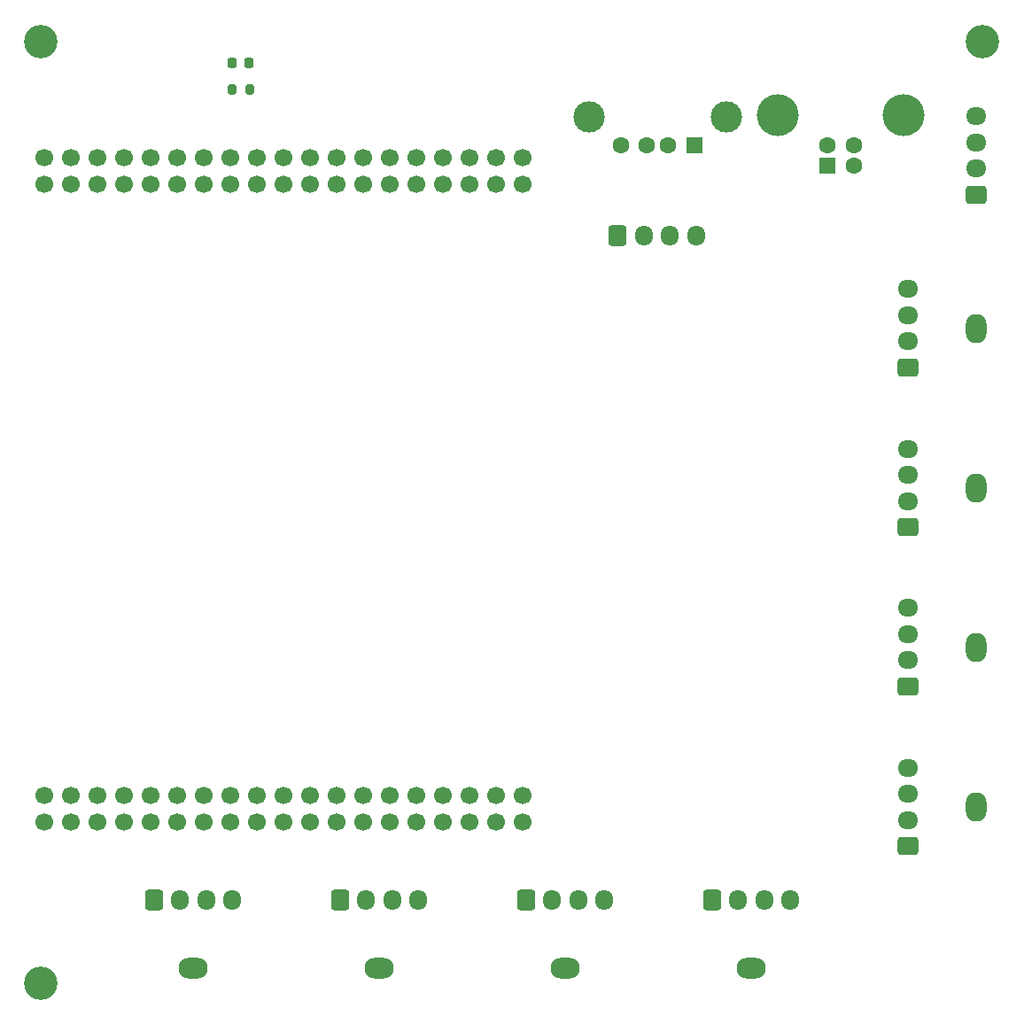
<source format=gts>
%TF.GenerationSoftware,KiCad,Pcbnew,7.0.7*%
%TF.CreationDate,2024-03-01T22:45:44+09:00*%
%TF.ProjectId,ALTAIR_MDD_V2-backups,414c5441-4952-45f4-9d44-445f56322d62,rev?*%
%TF.SameCoordinates,Original*%
%TF.FileFunction,Soldermask,Top*%
%TF.FilePolarity,Negative*%
%FSLAX46Y46*%
G04 Gerber Fmt 4.6, Leading zero omitted, Abs format (unit mm)*
G04 Created by KiCad (PCBNEW 7.0.7) date 2024-03-01 22:45:44*
%MOMM*%
%LPD*%
G01*
G04 APERTURE LIST*
G04 Aperture macros list*
%AMRoundRect*
0 Rectangle with rounded corners*
0 $1 Rounding radius*
0 $2 $3 $4 $5 $6 $7 $8 $9 X,Y pos of 4 corners*
0 Add a 4 corners polygon primitive as box body*
4,1,4,$2,$3,$4,$5,$6,$7,$8,$9,$2,$3,0*
0 Add four circle primitives for the rounded corners*
1,1,$1+$1,$2,$3*
1,1,$1+$1,$4,$5*
1,1,$1+$1,$6,$7*
1,1,$1+$1,$8,$9*
0 Add four rect primitives between the rounded corners*
20,1,$1+$1,$2,$3,$4,$5,0*
20,1,$1+$1,$4,$5,$6,$7,0*
20,1,$1+$1,$6,$7,$8,$9,0*
20,1,$1+$1,$8,$9,$2,$3,0*%
G04 Aperture macros list end*
%ADD10C,1.700000*%
%ADD11O,2.000000X2.800000*%
%ADD12RoundRect,0.250000X0.725000X-0.600000X0.725000X0.600000X-0.725000X0.600000X-0.725000X-0.600000X0*%
%ADD13O,1.950000X1.700000*%
%ADD14C,3.200000*%
%ADD15O,2.800000X2.000000*%
%ADD16RoundRect,0.250000X-0.600000X-0.725000X0.600000X-0.725000X0.600000X0.725000X-0.600000X0.725000X0*%
%ADD17O,1.700000X1.950000*%
%ADD18R,1.600000X1.500000*%
%ADD19C,1.600000*%
%ADD20C,3.000000*%
%ADD21R,1.600000X1.600000*%
%ADD22C,4.000000*%
%ADD23RoundRect,0.200000X0.200000X0.275000X-0.200000X0.275000X-0.200000X-0.275000X0.200000X-0.275000X0*%
%ADD24RoundRect,0.218750X-0.218750X-0.256250X0.218750X-0.256250X0.218750X0.256250X-0.218750X0.256250X0*%
G04 APERTURE END LIST*
D10*
%TO.C,U2*%
X125515000Y-122095000D03*
X117895000Y-124635000D03*
X122975000Y-122095000D03*
X117895000Y-63675000D03*
X115355000Y-124635000D03*
X150915000Y-124635000D03*
X138215000Y-122095000D03*
X117895000Y-61135000D03*
X115355000Y-122095000D03*
X130595000Y-122095000D03*
X128055000Y-122095000D03*
X143295000Y-122095000D03*
X145835000Y-122095000D03*
X153455000Y-63675000D03*
X155995000Y-63675000D03*
X148375000Y-122095000D03*
X122975000Y-63675000D03*
X125515000Y-63675000D03*
X128055000Y-63675000D03*
X138215000Y-63675000D03*
X135675000Y-63675000D03*
X150915000Y-63675000D03*
X125515000Y-61135000D03*
X122975000Y-61135000D03*
X125515000Y-124635000D03*
X128055000Y-124635000D03*
X130595000Y-124635000D03*
X112815000Y-122095000D03*
X145835000Y-124635000D03*
X148375000Y-124635000D03*
X150915000Y-122095000D03*
X138215000Y-61135000D03*
X135675000Y-61135000D03*
X148375000Y-63675000D03*
X143295000Y-63675000D03*
X145835000Y-63675000D03*
X130595000Y-63675000D03*
X135675000Y-124635000D03*
X112815000Y-63675000D03*
X115355000Y-63675000D03*
X140755000Y-63675000D03*
X128055000Y-61135000D03*
X145835000Y-61135000D03*
X143295000Y-61135000D03*
X140755000Y-61135000D03*
X155995000Y-122095000D03*
X153455000Y-122095000D03*
X153455000Y-124635000D03*
X155995000Y-124635000D03*
X150915000Y-61135000D03*
X115355000Y-61135000D03*
X112815000Y-61135000D03*
X133135000Y-63675000D03*
X110275000Y-61135000D03*
X110275000Y-63675000D03*
X110275000Y-124635000D03*
X110275000Y-122095000D03*
X112815000Y-124635000D03*
X138215000Y-124635000D03*
X140755000Y-124635000D03*
X143295000Y-124635000D03*
X133135000Y-124635000D03*
X117895000Y-122095000D03*
X133135000Y-122095000D03*
X135675000Y-122095000D03*
X120435000Y-63675000D03*
X133135000Y-61135000D03*
X148375000Y-61135000D03*
X122975000Y-124635000D03*
X120435000Y-122095000D03*
X120435000Y-124635000D03*
X140755000Y-122095000D03*
X120435000Y-61135000D03*
X130595000Y-61135000D03*
X153455000Y-61135000D03*
X155995000Y-61135000D03*
%TD*%
D11*
%TO.C,J2*%
X199390000Y-92710000D03*
D12*
X192890000Y-96460000D03*
D13*
X192890000Y-93960000D03*
X192890000Y-91460000D03*
X192890000Y-88960000D03*
%TD*%
D14*
%TO.C,REF\u002A\u002A*%
X200000000Y-50000000D03*
%TD*%
D11*
%TO.C,J3*%
X199390000Y-107910000D03*
D12*
X192890000Y-111660000D03*
D13*
X192890000Y-109160000D03*
X192890000Y-106660000D03*
X192890000Y-104160000D03*
%TD*%
D11*
%TO.C,J1*%
X199390000Y-77430000D03*
D12*
X192890000Y-81180000D03*
D13*
X192890000Y-78680000D03*
X192890000Y-76180000D03*
X192890000Y-73680000D03*
%TD*%
D15*
%TO.C,J7*%
X160080000Y-138580000D03*
D16*
X156330000Y-132080000D03*
D17*
X158830000Y-132080000D03*
X161330000Y-132080000D03*
X163830000Y-132080000D03*
%TD*%
D12*
%TO.C,J14*%
X199390000Y-64650000D03*
D13*
X199390000Y-62150000D03*
X199390000Y-59650000D03*
X199390000Y-57150000D03*
%TD*%
D11*
%TO.C,J4*%
X199390000Y-123190000D03*
D12*
X192890000Y-126940000D03*
D13*
X192890000Y-124440000D03*
X192890000Y-121940000D03*
X192890000Y-119440000D03*
%TD*%
D18*
%TO.C,J11*%
X172410000Y-59970000D03*
D19*
X169910000Y-59970000D03*
X167910000Y-59970000D03*
X165410000Y-59970000D03*
D20*
X175480000Y-57260000D03*
X162340000Y-57260000D03*
%TD*%
D14*
%TO.C,REF\u002A\u002A*%
X110000000Y-50000000D03*
%TD*%
D16*
%TO.C,J13*%
X165100000Y-68580000D03*
D17*
X167600000Y-68580000D03*
X170100000Y-68580000D03*
X172600000Y-68580000D03*
%TD*%
D21*
%TO.C,J12*%
X185186000Y-61905500D03*
D19*
X187686000Y-61905500D03*
X187686000Y-59905500D03*
X185186000Y-59905500D03*
D22*
X180436000Y-57045500D03*
X192436000Y-57045500D03*
%TD*%
D15*
%TO.C,J6*%
X142300000Y-138580000D03*
D16*
X138550000Y-132080000D03*
D17*
X141050000Y-132080000D03*
X143550000Y-132080000D03*
X146050000Y-132080000D03*
%TD*%
D15*
%TO.C,J8*%
X177860000Y-138580000D03*
D16*
X174110000Y-132080000D03*
D17*
X176610000Y-132080000D03*
X179110000Y-132080000D03*
X181610000Y-132080000D03*
%TD*%
D23*
%TO.C,R1*%
X129920000Y-54610000D03*
X128270000Y-54610000D03*
%TD*%
D14*
%TO.C,REF\u002A\u002A*%
X110000000Y-140000000D03*
%TD*%
D15*
%TO.C,J5*%
X124520000Y-138580000D03*
D16*
X120770000Y-132080000D03*
D17*
X123270000Y-132080000D03*
X125770000Y-132080000D03*
X128270000Y-132080000D03*
%TD*%
D24*
%TO.C,LED1*%
X128270000Y-52070000D03*
X129845000Y-52070000D03*
%TD*%
M02*

</source>
